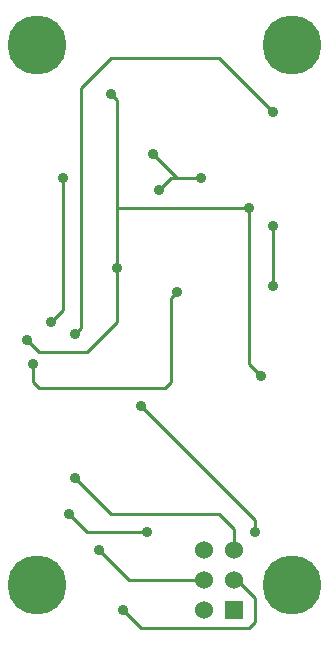
<source format=gbl>
G04 (created by PCBNEW-RS274X (2011-nov-30)-testing) date Wed 04 Jul 2012 05:37:31 AM PDT*
%MOIN*%
G04 Gerber Fmt 3.4, Leading zero omitted, Abs format*
%FSLAX34Y34*%
G01*
G70*
G90*
G04 APERTURE LIST*
%ADD10C,0.006*%
%ADD11R,0.06X0.06*%
%ADD12C,0.06*%
%ADD13C,0.1969*%
%ADD14C,0.0197*%
%ADD15C,0.035*%
%ADD16C,0.01*%
G04 APERTURE END LIST*
G54D10*
G54D11*
X5300Y-200D03*
G54D12*
X4300Y-200D03*
X5300Y800D03*
X4300Y800D03*
X5300Y1800D03*
X4300Y1800D03*
G54D13*
X7250Y18650D03*
G54D14*
X7250Y19477D03*
X7250Y17823D03*
X7959Y19083D03*
X7959Y18217D03*
X6541Y18217D03*
X6541Y19083D03*
G54D13*
X-1250Y18650D03*
G54D14*
X-1250Y19477D03*
X-1250Y17823D03*
X-541Y19083D03*
X-541Y18217D03*
X-1959Y18217D03*
X-1959Y19083D03*
G54D13*
X-1250Y650D03*
G54D14*
X-1250Y1477D03*
X-1250Y-177D03*
X-541Y1083D03*
X-541Y217D03*
X-1959Y217D03*
X-1959Y1083D03*
G54D13*
X7250Y650D03*
G54D14*
X7250Y1477D03*
X7250Y-177D03*
X7959Y1083D03*
X7959Y217D03*
X6541Y217D03*
X6541Y1083D03*
G54D15*
X6000Y2400D03*
X2200Y6600D03*
X0Y4200D03*
X1600Y-200D03*
X800Y1800D03*
X-1400Y8000D03*
X3400Y10400D03*
X-400Y14200D03*
X-800Y9400D03*
X0Y9000D03*
X6600Y16400D03*
X-1600Y8800D03*
X6200Y7600D03*
X5800Y13200D03*
X1200Y17000D03*
X1400Y11200D03*
X2400Y2400D03*
X-200Y3000D03*
X6600Y12600D03*
X6600Y10600D03*
X2800Y13800D03*
X2600Y15000D03*
X4200Y14200D03*
G54D16*
X6000Y2800D02*
X6000Y2400D01*
X2200Y6600D02*
X6000Y2800D01*
X5300Y2500D02*
X5300Y1800D01*
X4800Y3000D02*
X5300Y2500D01*
X1200Y3000D02*
X4800Y3000D01*
X0Y4200D02*
X1200Y3000D01*
X5300Y800D02*
X5400Y800D01*
X2200Y-800D02*
X1600Y-200D01*
X5800Y-800D02*
X2200Y-800D01*
X6000Y-600D02*
X5800Y-800D01*
X6000Y200D02*
X6000Y-600D01*
X5400Y800D02*
X6000Y200D01*
X4300Y800D02*
X1800Y800D01*
X1800Y800D02*
X800Y1800D01*
X-1400Y7400D02*
X-1400Y8000D01*
X-1200Y7200D02*
X-1400Y7400D01*
X3000Y7200D02*
X-1200Y7200D01*
X3200Y7400D02*
X3000Y7200D01*
X3200Y10200D02*
X3200Y7400D01*
X3400Y10400D02*
X3200Y10200D01*
X-400Y9800D02*
X-400Y14200D01*
X-800Y9400D02*
X-400Y9800D01*
X0Y9000D02*
X200Y9200D01*
X200Y9200D02*
X200Y17200D01*
X200Y17200D02*
X1200Y18200D01*
X1200Y18200D02*
X4800Y18200D01*
X4800Y18200D02*
X6600Y16400D01*
X1400Y9400D02*
X1400Y11200D01*
X400Y8400D02*
X1400Y9400D01*
X-1200Y8400D02*
X400Y8400D01*
X-1600Y8800D02*
X-1200Y8400D01*
X5800Y13200D02*
X5800Y8000D01*
X5800Y8000D02*
X6200Y7600D01*
X5800Y13200D02*
X4000Y13200D01*
X4000Y13200D02*
X1400Y13200D01*
X1200Y17000D02*
X1400Y16800D01*
X1400Y16800D02*
X1400Y13200D01*
X1400Y13200D02*
X1400Y11200D01*
X400Y2400D02*
X2400Y2400D01*
X-200Y3000D02*
X400Y2400D01*
X6600Y10600D02*
X6600Y12600D01*
X3200Y14200D02*
X3400Y14200D01*
X2800Y13800D02*
X3200Y14200D01*
X2600Y15000D02*
X3400Y14200D01*
X3400Y14200D02*
X4200Y14200D01*
M02*

</source>
